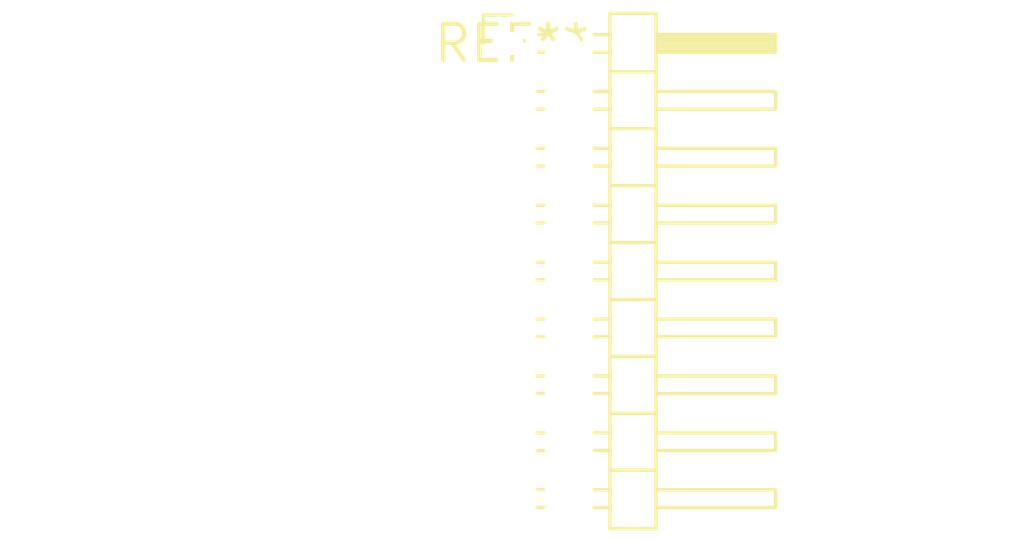
<source format=kicad_pcb>
(kicad_pcb (version 20240108) (generator pcbnew)
  (layers (0 "F.Cu" signal) (31 "B.Cu" signal) (34 "B.Paste" user) (35 "F.Paste" user) (36 "B.SilkS" user "B.Silkscreen") (37 "F.SilkS" user "F.Silkscreen") (38 "B.Mask" user) (39 "F.Mask" user) (44 "Edge.Cuts" user))
  (net 0 "")
  (footprint "PinHeader_2x09_P2.00mm_Horizontal" (layer "F.Cu") (at 0 0)
    (property "Reference" "REF**")
    (property "Value" "PinHeader_2x09_P2.00mm_Horizontal")
    (fp_line (start -1 -1) (end 0 -1) (layer "F.SilkS") (stroke (width 0.12)))
    (fp_line (start -1 0) (end -1 -1) (layer "F.SilkS") (stroke (width 0.12)))
    (fp_line (start 0.882114 1.69) (end 1.117886 1.69) (layer "F.SilkS") (stroke (width 0.12)))
    (fp_line (start 0.882114 2.31) (end 1.117886 2.31) (layer "F.SilkS") (stroke (width 0.12)))
    (fp_line (start 0.882114 3.69) (end 1.117886 3.69) (layer "F.SilkS") (stroke (width 0.12)))
    (fp_line (start 0.882114 4.31) (end 1.117886 4.31) (layer "F.SilkS") (stroke (width 0.12)))
    (fp_line (start 0.882114 5.69) (end 1.117886 5.69) (layer "F.SilkS") (stroke (width 0.12)))
    (fp_line (start 0.882114 6.31) (end 1.117886 6.31) (layer "F.SilkS") (stroke (width 0.12)))
    (fp_line (start 0.882114 7.69) (end 1.117886 7.69) (layer "F.SilkS") (stroke (width 0.12)))
    (fp_line (start 0.882114 8.31) (end 1.117886 8.31) (layer "F.SilkS") (stroke (width 0.12)))
    (fp_line (start 0.882114 9.69) (end 1.117886 9.69) (layer "F.SilkS") (stroke (width 0.12)))
    (fp_line (start 0.882114 10.31) (end 1.117886 10.31) (layer "F.SilkS") (stroke (width 0.12)))
    (fp_line (start 0.882114 11.69) (end 1.117886 11.69) (layer "F.SilkS") (stroke (width 0.12)))
    (fp_line (start 0.882114 12.31) (end 1.117886 12.31) (layer "F.SilkS") (stroke (width 0.12)))
    (fp_line (start 0.882114 13.69) (end 1.117886 13.69) (layer "F.SilkS") (stroke (width 0.12)))
    (fp_line (start 0.882114 14.31) (end 1.117886 14.31) (layer "F.SilkS") (stroke (width 0.12)))
    (fp_line (start 0.882114 15.69) (end 1.117886 15.69) (layer "F.SilkS") (stroke (width 0.12)))
    (fp_line (start 0.882114 16.31) (end 1.117886 16.31) (layer "F.SilkS") (stroke (width 0.12)))
    (fp_line (start 0.935 -0.31) (end 1.117886 -0.31) (layer "F.SilkS") (stroke (width 0.12)))
    (fp_line (start 0.935 0.31) (end 1.117886 0.31) (layer "F.SilkS") (stroke (width 0.12)))
    (fp_line (start 2.882114 -0.31) (end 3.44 -0.31) (layer "F.SilkS") (stroke (width 0.12)))
    (fp_line (start 2.882114 0.31) (end 3.44 0.31) (layer "F.SilkS") (stroke (width 0.12)))
    (fp_line (start 2.882114 1.69) (end 3.44 1.69) (layer "F.SilkS") (stroke (width 0.12)))
    (fp_line (start 2.882114 2.31) (end 3.44 2.31) (layer "F.SilkS") (stroke (width 0.12)))
    (fp_line (start 2.882114 3.69) (end 3.44 3.69) (layer "F.SilkS") (stroke (width 0.12)))
    (fp_line (start 2.882114 4.31) (end 3.44 4.31) (layer "F.SilkS") (stroke (width 0.12)))
    (fp_line (start 2.882114 5.69) (end 3.44 5.69) (layer "F.SilkS") (stroke (width 0.12)))
    (fp_line (start 2.882114 6.31) (end 3.44 6.31) (layer "F.SilkS") (stroke (width 0.12)))
    (fp_line (start 2.882114 7.69) (end 3.44 7.69) (layer "F.SilkS") (stroke (width 0.12)))
    (fp_line (start 2.882114 8.31) (end 3.44 8.31) (layer "F.SilkS") (stroke (width 0.12)))
    (fp_line (start 2.882114 9.69) (end 3.44 9.69) (layer "F.SilkS") (stroke (width 0.12)))
    (fp_line (start 2.882114 10.31) (end 3.44 10.31) (layer "F.SilkS") (stroke (width 0.12)))
    (fp_line (start 2.882114 11.69) (end 3.44 11.69) (layer "F.SilkS") (stroke (width 0.12)))
    (fp_line (start 2.882114 12.31) (end 3.44 12.31) (layer "F.SilkS") (stroke (width 0.12)))
    (fp_line (start 2.882114 13.69) (end 3.44 13.69) (layer "F.SilkS") (stroke (width 0.12)))
    (fp_line (start 2.882114 14.31) (end 3.44 14.31) (layer "F.SilkS") (stroke (width 0.12)))
    (fp_line (start 2.882114 15.69) (end 3.44 15.69) (layer "F.SilkS") (stroke (width 0.12)))
    (fp_line (start 2.882114 16.31) (end 3.44 16.31) (layer "F.SilkS") (stroke (width 0.12)))
    (fp_line (start 3.44 -1.06) (end 3.44 17.06) (layer "F.SilkS") (stroke (width 0.12)))
    (fp_line (start 3.44 1) (end 5.06 1) (layer "F.SilkS") (stroke (width 0.12)))
    (fp_line (start 3.44 3) (end 5.06 3) (layer "F.SilkS") (stroke (width 0.12)))
    (fp_line (start 3.44 5) (end 5.06 5) (layer "F.SilkS") (stroke (width 0.12)))
    (fp_line (start 3.44 7) (end 5.06 7) (layer "F.SilkS") (stroke (width 0.12)))
    (fp_line (start 3.44 9) (end 5.06 9) (layer "F.SilkS") (stroke (width 0.12)))
    (fp_line (start 3.44 11) (end 5.06 11) (layer "F.SilkS") (stroke (width 0.12)))
    (fp_line (start 3.44 13) (end 5.06 13) (layer "F.SilkS") (stroke (width 0.12)))
    (fp_line (start 3.44 15) (end 5.06 15) (layer "F.SilkS") (stroke (width 0.12)))
    (fp_line (start 3.44 17.06) (end 5.06 17.06) (layer "F.SilkS") (stroke (width 0.12)))
    (fp_line (start 5.06 -1.06) (end 3.44 -1.06) (layer "F.SilkS") (stroke (width 0.12)))
    (fp_line (start 5.06 -0.31) (end 9.26 -0.31) (layer "F.SilkS") (stroke (width 0.12)))
    (fp_line (start 5.06 -0.25) (end 9.26 -0.25) (layer "F.SilkS") (stroke (width 0.12)))
    (fp_line (start 5.06 -0.13) (end 9.26 -0.13) (layer "F.SilkS") (stroke (width 0.12)))
    (fp_line (start 5.06 -0.01) (end 9.26 -0.01) (layer "F.SilkS") (stroke (width 0.12)))
    (fp_line (start 5.06 0.11) (end 9.26 0.11) (layer "F.SilkS") (stroke (width 0.12)))
    (fp_line (start 5.06 0.23) (end 9.26 0.23) (layer "F.SilkS") (stroke (width 0.12)))
    (fp_line (start 5.06 1.69) (end 9.26 1.69) (layer "F.SilkS") (stroke (width 0.12)))
    (fp_line (start 5.06 3.69) (end 9.26 3.69) (layer "F.SilkS") (stroke (width 0.12)))
    (fp_line (start 5.06 5.69) (end 9.26 5.69) (layer "F.SilkS") (stroke (width 0.12)))
    (fp_line (start 5.06 7.69) (end 9.26 7.69) (layer "F.SilkS") (stroke (width 0.12)))
    (fp_line (start 5.06 9.69) (end 9.26 9.69) (layer "F.SilkS") (stroke (width 0.12)))
    (fp_line (start 5.06 11.69) (end 9.26 11.69) (layer "F.SilkS") (stroke (width 0.12)))
    (fp_line (start 5.06 13.69) (end 9.26 13.69) (layer "F.SilkS") (stroke (width 0.12)))
    (fp_line (start 5.06 15.69) (end 9.26 15.69) (layer "F.SilkS") (stroke (width 0.12)))
    (fp_line (start 5.06 17.06) (end 5.06 -1.06) (layer "F.SilkS") (stroke (width 0.12)))
    (fp_line (start 9.26 -0.31) (end 9.26 0.31) (layer "F.SilkS") (stroke (width 0.12)))
    (fp_line (start 9.26 0.31) (end 5.06 0.31) (layer "F.SilkS") (stroke (width 0.12)))
    (fp_line (start 9.26 1.69) (end 9.26 2.31) (layer "F.SilkS") (stroke (width 0.12)))
    (fp_line (start 9.26 2.31) (end 5.06 2.31) (layer "F.SilkS") (stroke (width 0.12)))
    (fp_line (start 9.26 3.69) (end 9.26 4.31) (layer "F.SilkS") (stroke (width 0.12)))
    (fp_line (start 9.26 4.31) (end 5.06 4.31) (layer "F.SilkS") (stroke (width 0.12)))
    (fp_line (start 9.26 5.69) (end 9.26 6.31) (layer "F.SilkS") (stroke (width 0.12)))
    (fp_line (start 9.26 6.31) (end 5.06 6.31) (layer "F.SilkS") (stroke (width 0.12)))
    (fp_line (start 9.26 7.69) (end 9.26 8.31) (layer "F.SilkS") (stroke (width 0.12)))
    (fp_line (start 9.26 8.31) (end 5.06 8.31) (layer "F.SilkS") (stroke (width 0.12)))
    (fp_line (start 9.26 9.69) (end 9.26 10.31) (layer "F.SilkS") (stroke (width 0.12)))
    (fp_line (start 9.26 10.31) (end 5.06 10.31) (layer "F.SilkS") (stroke (width 0.12)))
    (fp_line (start 9.26 11.69) (end 9.26 12.31) (layer "F.SilkS") (stroke (width 0.12)))
    (fp_line (start 9.26 12.31) (end 5.06 12.31) (layer "F.SilkS") (stroke (width 0.12)))
    (fp_line (start 9.26 13.69) (end 9.26 14.31) (layer "F.SilkS") (stroke (width 0.12)))
    (fp_line (start 9.26 14.31) (end 5.06 14.31) (layer "F.SilkS") (stroke (width 0.12)))
    (fp_line (start 9.26 15.69) (end 9.26 16.31) (layer "F.SilkS") (stroke (width 0.12)))
    (fp_line (start 9.26 16.31) (end 5.06 16.31) (layer "F.SilkS") (stroke (width 0.12)))
    (pad "1" thru_hole rect (at 0 0) (size 1.35 1.35) (drill 0.8) (layers *.Cu *.Mask) (remove_unused_layers))
    (pad "2" thru_hole oval (at 2 0) (size 1.35 1.35) (drill 0.8) (layers *.Cu *.Mask) (remove_unused_layers))
    (pad "3" thru_hole oval (at 0 2) (size 1.35 1.35) (drill 0.8) (layers *.Cu *.Mask) (remove_unused_layers))
    (pad "4" thru_hole oval (at 2 2) (size 1.35 1.35) (drill 0.8) (layers *.Cu *.Mask) (remove_unused_layers))
    (pad "5" thru_hole oval (at 0 4) (size 1.35 1.35) (drill 0.8) (layers *.Cu *.Mask) (remove_unused_layers))
    (pad "6" thru_hole oval (at 2 4) (size 1.35 1.35) (drill 0.8) (layers *.Cu *.Mask) (remove_unused_layers))
    (pad "7" thru_hole oval (at 0 6) (size 1.35 1.35) (drill 0.8) (layers *.Cu *.Mask) (remove_unused_layers))
    (pad "8" thru_hole oval (at 2 6) (size 1.35 1.35) (drill 0.8) (layers *.Cu *.Mask) (remove_unused_layers))
    (pad "9" thru_hole oval (at 0 8) (size 1.35 1.35) (drill 0.8) (layers *.Cu *.Mask) (remove_unused_layers))
    (pad "10" thru_hole oval (at 2 8) (size 1.35 1.35) (drill 0.8) (layers *.Cu *.Mask) (remove_unused_layers))
    (pad "11" thru_hole oval (at 0 10) (size 1.35 1.35) (drill 0.8) (layers *.Cu *.Mask) (remove_unused_layers))
    (pad "12" thru_hole oval (at 2 10) (size 1.35 1.35) (drill 0.8) (layers *.Cu *.Mask) (remove_unused_layers))
    (pad "13" thru_hole oval (at 0 12) (size 1.35 1.35) (drill 0.8) (layers *.Cu *.Mask) (remove_unused_layers))
    (pad "14" thru_hole oval (at 2 12) (size 1.35 1.35) (drill 0.8) (layers *.Cu *.Mask) (remove_unused_layers))
    (pad "15" thru_hole oval (at 0 14) (size 1.35 1.35) (drill 0.8) (layers *.Cu *.Mask) (remove_unused_layers))
    (pad "16" thru_hole oval (at 2 14) (size 1.35 1.35) (drill 0.8) (layers *.Cu *.Mask) (remove_unused_layers))
    (pad "17" thru_hole oval (at 0 16) (size 1.35 1.35) (drill 0.8) (layers *.Cu *.Mask) (remove_unused_layers))
    (pad "18" thru_hole oval (at 2 16) (size 1.35 1.35) (drill 0.8) (layers *.Cu *.Mask) (remove_unused_layers))
  )
)
</source>
